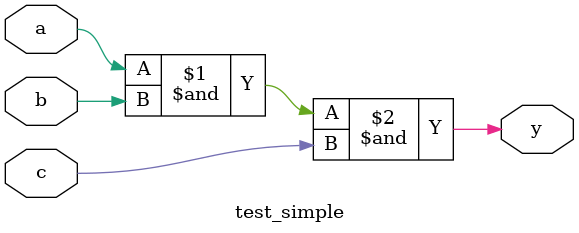
<source format=v>
module test_simple(input a, b, c, output y);
  assign y = a & b & c;
endmodule

</source>
